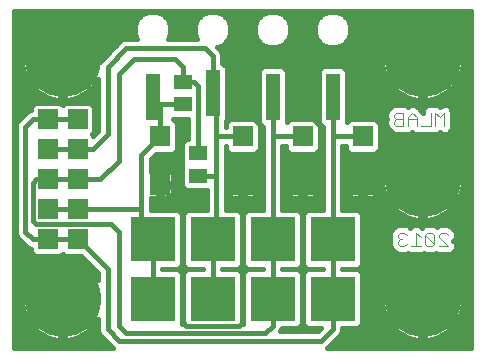
<source format=gbr>
G75*
G70*
%OFA0B0*%
%FSLAX24Y24*%
%IPPOS*%
%LPD*%
%AMOC8*
5,1,8,0,0,1.08239X$1,22.5*
%
%ADD10C,0.0040*%
%ADD11R,0.1500X0.1500*%
%ADD12R,0.0472X0.1575*%
%ADD13R,0.0591X0.0512*%
%ADD14C,0.2540*%
%ADD15R,0.0669X0.0709*%
%ADD16R,0.0650X0.0650*%
%ADD17C,0.0160*%
%ADD18C,0.0100*%
D10*
X013722Y008527D02*
X013799Y008450D01*
X014029Y008450D01*
X014029Y008910D01*
X013799Y008910D01*
X013722Y008834D01*
X013722Y008757D01*
X013799Y008680D01*
X014029Y008680D01*
X014182Y008680D02*
X014489Y008680D01*
X014489Y008757D02*
X014336Y008910D01*
X014182Y008757D01*
X014182Y008450D01*
X014489Y008450D02*
X014489Y008757D01*
X014643Y008450D02*
X014950Y008450D01*
X014950Y008910D01*
X015103Y008910D02*
X015103Y008450D01*
X015410Y008450D02*
X015410Y008910D01*
X015257Y008757D01*
X015103Y008910D01*
X013799Y008680D02*
X013722Y008603D01*
X013722Y008527D01*
X013924Y004910D02*
X013847Y004834D01*
X013847Y004757D01*
X013924Y004680D01*
X013847Y004603D01*
X013847Y004527D01*
X013924Y004450D01*
X014077Y004450D01*
X014154Y004527D01*
X014307Y004450D02*
X014614Y004450D01*
X014461Y004450D02*
X014461Y004910D01*
X014614Y004757D01*
X014768Y004834D02*
X015075Y004527D01*
X014998Y004450D01*
X014844Y004450D01*
X014768Y004527D01*
X014768Y004834D01*
X014844Y004910D01*
X014998Y004910D01*
X015075Y004834D01*
X015075Y004527D01*
X015228Y004450D02*
X015535Y004450D01*
X015228Y004757D01*
X015228Y004834D01*
X015305Y004910D01*
X015458Y004910D01*
X015535Y004834D01*
X014154Y004834D02*
X014077Y004910D01*
X013924Y004910D01*
X013924Y004680D02*
X014000Y004680D01*
D11*
X011680Y004680D03*
X009680Y004680D03*
X007680Y004680D03*
X005680Y004680D03*
X005680Y002711D03*
X007680Y002711D03*
X009680Y002711D03*
X011680Y002711D03*
D12*
X011680Y009430D03*
X009680Y009430D03*
X007680Y009555D03*
X005680Y009430D03*
D13*
X006680Y009181D03*
X006680Y009929D03*
X007180Y007554D03*
X007180Y006806D03*
D14*
X002680Y010680D03*
X002680Y002680D03*
X014680Y002680D03*
X014680Y006680D03*
X014680Y010680D03*
D15*
X012680Y008112D03*
X010680Y008112D03*
X008680Y008112D03*
X008680Y006498D03*
X010680Y006498D03*
X012680Y006498D03*
X005930Y006498D03*
X005930Y008112D03*
D16*
X003180Y007680D03*
X002180Y007680D03*
X002180Y006680D03*
X003180Y006680D03*
X003180Y005680D03*
X002180Y005680D03*
X002180Y004680D03*
X003180Y004680D03*
X003180Y008680D03*
X002180Y008680D03*
D17*
X001060Y012300D02*
X001060Y001060D01*
X004362Y001060D01*
X004292Y001129D01*
X004292Y001129D01*
X003917Y001504D01*
X003870Y001618D01*
X003870Y002043D01*
X003839Y001985D01*
X003766Y001875D01*
X003681Y001772D01*
X003588Y001679D01*
X003485Y001594D01*
X003375Y001521D01*
X003258Y001458D01*
X003135Y001407D01*
X003008Y001369D01*
X002878Y001343D01*
X002760Y001331D01*
X002760Y002600D01*
X002600Y002600D01*
X002600Y001331D01*
X002482Y001343D01*
X002352Y001369D01*
X002225Y001407D01*
X002102Y001458D01*
X001985Y001521D01*
X001875Y001594D01*
X001772Y001679D01*
X001679Y001772D01*
X001594Y001875D01*
X001521Y001985D01*
X001458Y002102D01*
X001407Y002225D01*
X001369Y002352D01*
X001343Y002482D01*
X001331Y002600D01*
X002600Y002600D01*
X002600Y002760D01*
X002600Y004029D01*
X002482Y004017D01*
X002352Y003991D01*
X002225Y003953D01*
X002102Y003902D01*
X001985Y003839D01*
X001875Y003766D01*
X001772Y003681D01*
X001679Y003588D01*
X001594Y003485D01*
X001521Y003375D01*
X001458Y003258D01*
X001407Y003135D01*
X001369Y003008D01*
X001343Y002878D01*
X001331Y002760D01*
X002600Y002760D01*
X002760Y002760D01*
X002760Y004029D01*
X002878Y004017D01*
X003008Y003991D01*
X003135Y003953D01*
X003258Y003902D01*
X003375Y003839D01*
X003485Y003766D01*
X003588Y003681D01*
X003681Y003588D01*
X003766Y003485D01*
X003839Y003375D01*
X003870Y003317D01*
X003870Y003552D01*
X003297Y004125D01*
X002760Y004125D01*
X002680Y004205D01*
X002600Y004125D01*
X001760Y004125D01*
X001625Y004260D01*
X001625Y004370D01*
X001618Y004370D01*
X001504Y004417D01*
X001254Y004667D01*
X001167Y004754D01*
X001120Y004868D01*
X001120Y008492D01*
X001167Y008606D01*
X001417Y008856D01*
X001504Y008943D01*
X001618Y008990D01*
X001625Y008990D01*
X001625Y009100D01*
X001760Y009235D01*
X002600Y009235D01*
X002680Y009155D01*
X002760Y009235D01*
X003600Y009235D01*
X003735Y009100D01*
X003735Y008260D01*
X003655Y008180D01*
X003698Y008137D01*
X003792Y008231D01*
X003870Y008308D01*
X003870Y010043D01*
X003839Y009985D01*
X003766Y009875D01*
X003681Y009772D01*
X003588Y009679D01*
X003485Y009594D01*
X003375Y009521D01*
X003258Y009458D01*
X003135Y009407D01*
X003008Y009369D01*
X002878Y009343D01*
X002760Y009331D01*
X002760Y010600D01*
X002760Y010760D01*
X002600Y010760D01*
X002600Y012029D01*
X002482Y012017D01*
X002352Y011991D01*
X002225Y011953D01*
X002102Y011902D01*
X001985Y011839D01*
X001875Y011766D01*
X001772Y011681D01*
X001679Y011588D01*
X001594Y011485D01*
X001521Y011375D01*
X001458Y011258D01*
X001407Y011135D01*
X001369Y011008D01*
X001343Y010878D01*
X001331Y010760D01*
X002600Y010760D01*
X002600Y010600D01*
X002760Y010600D01*
X003915Y010600D01*
X003917Y010606D01*
X004542Y011231D01*
X004629Y011318D01*
X004743Y011365D01*
X005166Y011365D01*
X005085Y011562D01*
X005085Y011798D01*
X005176Y012017D01*
X005343Y012184D01*
X005562Y012275D01*
X005798Y012275D01*
X006017Y012184D01*
X006184Y012017D01*
X006275Y011798D01*
X006275Y011562D01*
X006194Y011365D01*
X007166Y011365D01*
X007085Y011562D01*
X007085Y011798D01*
X007176Y012017D01*
X007343Y012184D01*
X007562Y012275D01*
X007798Y012275D01*
X008017Y012184D01*
X008184Y012017D01*
X008275Y011798D01*
X008275Y011562D01*
X008184Y011343D01*
X008017Y011176D01*
X007827Y011097D01*
X007856Y011068D01*
X007943Y010981D01*
X007990Y010867D01*
X007990Y010572D01*
X008011Y010572D01*
X008146Y010438D01*
X008146Y008672D01*
X008115Y008641D01*
X008115Y008422D01*
X008115Y008422D01*
X008115Y008562D01*
X008250Y008696D01*
X009110Y008696D01*
X009214Y008593D01*
X009214Y010313D01*
X009349Y010447D01*
X010011Y010447D01*
X010146Y010313D01*
X010146Y008593D01*
X010250Y008696D01*
X011110Y008696D01*
X011214Y008593D01*
X011214Y010313D01*
X011349Y010447D01*
X012011Y010447D01*
X012146Y010313D01*
X012146Y008593D01*
X012250Y008696D01*
X013110Y008696D01*
X013245Y008562D01*
X013245Y007662D01*
X013110Y007528D01*
X012250Y007528D01*
X012115Y007662D01*
X012115Y007802D01*
X011990Y007802D01*
X011990Y005660D01*
X012525Y005660D01*
X012660Y005525D01*
X012660Y003835D01*
X012525Y003700D01*
X011990Y003700D01*
X011990Y003691D01*
X012525Y003691D01*
X012660Y003557D01*
X012660Y001866D01*
X012525Y001731D01*
X011990Y001731D01*
X011990Y001618D01*
X011943Y001504D01*
X011856Y001417D01*
X011856Y001417D01*
X011498Y001060D01*
X016299Y001060D01*
X016299Y012300D01*
X001060Y012300D01*
X001060Y012251D02*
X005503Y012251D01*
X005251Y012092D02*
X001060Y012092D01*
X001060Y011934D02*
X002179Y011934D01*
X001889Y011775D02*
X001060Y011775D01*
X001060Y011617D02*
X001707Y011617D01*
X001576Y011458D02*
X001060Y011458D01*
X001060Y011300D02*
X001480Y011300D01*
X001410Y011141D02*
X001060Y011141D01*
X001060Y010983D02*
X001364Y010983D01*
X001338Y010824D02*
X001060Y010824D01*
X001060Y010666D02*
X002600Y010666D01*
X002600Y010600D02*
X001331Y010600D01*
X001343Y010482D01*
X001369Y010352D01*
X001407Y010225D01*
X001458Y010102D01*
X001521Y009985D01*
X001594Y009875D01*
X001679Y009772D01*
X001772Y009679D01*
X001875Y009594D01*
X001985Y009521D01*
X002102Y009458D01*
X002225Y009407D01*
X002352Y009369D01*
X002482Y009343D01*
X002600Y009331D01*
X002600Y010600D01*
X002600Y010507D02*
X002760Y010507D01*
X002760Y010349D02*
X002600Y010349D01*
X002600Y010190D02*
X002760Y010190D01*
X002760Y010032D02*
X002600Y010032D01*
X002600Y009873D02*
X002760Y009873D01*
X002760Y009715D02*
X002600Y009715D01*
X002600Y009556D02*
X002760Y009556D01*
X002760Y009398D02*
X002600Y009398D01*
X002257Y009398D02*
X001060Y009398D01*
X001060Y009556D02*
X001932Y009556D01*
X001736Y009715D02*
X001060Y009715D01*
X001060Y009873D02*
X001596Y009873D01*
X001496Y010032D02*
X001060Y010032D01*
X001060Y010190D02*
X001422Y010190D01*
X001370Y010349D02*
X001060Y010349D01*
X001060Y010507D02*
X001341Y010507D01*
X002600Y010824D02*
X002760Y010824D01*
X002760Y010760D02*
X002760Y012029D01*
X002878Y012017D01*
X003008Y011991D01*
X003135Y011953D01*
X003258Y011902D01*
X003375Y011839D01*
X003485Y011766D01*
X003588Y011681D01*
X003681Y011588D01*
X003766Y011485D01*
X003839Y011375D01*
X003902Y011258D01*
X003953Y011135D01*
X003991Y011008D01*
X004017Y010878D01*
X004029Y010760D01*
X002760Y010760D01*
X002760Y010666D02*
X003977Y010666D01*
X004022Y010824D02*
X004136Y010824D01*
X003996Y010983D02*
X004294Y010983D01*
X004453Y011141D02*
X003950Y011141D01*
X003880Y011300D02*
X004611Y011300D01*
X004805Y011055D02*
X007430Y011055D01*
X007680Y010805D01*
X007680Y009555D01*
X007805Y009180D01*
X007806Y009181D01*
X007805Y009180D02*
X007804Y009181D01*
X007805Y009180D02*
X007805Y008180D01*
X007805Y008055D01*
X007862Y008112D01*
X008680Y008112D01*
X009245Y008130D02*
X009370Y008130D01*
X009370Y008288D02*
X009245Y008288D01*
X009245Y008447D02*
X009315Y008447D01*
X009349Y008413D02*
X009370Y008413D01*
X009370Y005660D01*
X008835Y005660D01*
X008700Y005525D01*
X008700Y003835D01*
X008835Y003700D01*
X009370Y003700D01*
X009370Y003691D01*
X008835Y003691D01*
X008700Y003557D01*
X008700Y001866D01*
X008701Y001865D01*
X008659Y001865D01*
X008660Y001866D01*
X008660Y003557D01*
X008525Y003691D01*
X007990Y003691D01*
X007990Y003700D01*
X008525Y003700D01*
X008660Y003835D01*
X008660Y005525D01*
X008525Y005660D01*
X008115Y005660D01*
X008115Y007802D01*
X008115Y007802D01*
X008115Y007662D01*
X008250Y007528D01*
X009110Y007528D01*
X009245Y007662D01*
X009245Y008516D01*
X009349Y008413D01*
X009214Y008605D02*
X009201Y008605D01*
X009214Y008764D02*
X008146Y008764D01*
X008146Y008922D02*
X009214Y008922D01*
X009214Y009081D02*
X008146Y009081D01*
X008146Y009239D02*
X009214Y009239D01*
X009214Y009398D02*
X008146Y009398D01*
X008146Y009556D02*
X009214Y009556D01*
X009214Y009715D02*
X008146Y009715D01*
X008146Y009873D02*
X009214Y009873D01*
X009214Y010032D02*
X008146Y010032D01*
X008146Y010190D02*
X009214Y010190D01*
X009250Y010349D02*
X008146Y010349D01*
X008077Y010507D02*
X013341Y010507D01*
X013343Y010482D02*
X013369Y010352D01*
X013407Y010225D01*
X013458Y010102D01*
X013521Y009985D01*
X013594Y009875D01*
X013679Y009772D01*
X013772Y009679D01*
X013875Y009594D01*
X013985Y009521D01*
X014102Y009458D01*
X014225Y009407D01*
X014352Y009369D01*
X014482Y009343D01*
X014600Y009331D01*
X014600Y010600D01*
X014760Y010600D01*
X014760Y010760D01*
X016029Y010760D01*
X016017Y010878D01*
X015991Y011008D01*
X015953Y011135D01*
X015902Y011258D01*
X015839Y011375D01*
X015766Y011485D01*
X015681Y011588D01*
X015588Y011681D01*
X015485Y011766D01*
X015375Y011839D01*
X015258Y011902D01*
X015135Y011953D01*
X015008Y011991D01*
X014878Y012017D01*
X014760Y012029D01*
X014760Y010760D01*
X014600Y010760D01*
X014600Y012029D01*
X014482Y012017D01*
X014352Y011991D01*
X014225Y011953D01*
X014102Y011902D01*
X013985Y011839D01*
X013875Y011766D01*
X013772Y011681D01*
X013679Y011588D01*
X013594Y011485D01*
X013521Y011375D01*
X013458Y011258D01*
X013407Y011135D01*
X013369Y011008D01*
X013343Y010878D01*
X013331Y010760D01*
X014600Y010760D01*
X014600Y010600D01*
X013331Y010600D01*
X013343Y010482D01*
X013370Y010349D02*
X012110Y010349D01*
X012146Y010190D02*
X013422Y010190D01*
X013496Y010032D02*
X012146Y010032D01*
X012146Y009873D02*
X013596Y009873D01*
X013736Y009715D02*
X012146Y009715D01*
X012146Y009556D02*
X013932Y009556D01*
X014257Y009398D02*
X012146Y009398D01*
X012146Y009239D02*
X016299Y009239D01*
X016299Y009081D02*
X015593Y009081D01*
X015621Y009053D02*
X015552Y009122D01*
X015460Y009160D01*
X015360Y009160D01*
X015321Y009144D01*
X015268Y009122D01*
X015267Y009121D01*
X015257Y009110D01*
X015245Y009122D01*
X015153Y009160D01*
X015053Y009160D01*
X015026Y009149D01*
X014999Y009160D01*
X014900Y009160D01*
X014808Y009122D01*
X014738Y009052D01*
X014700Y008960D01*
X014700Y008900D01*
X014631Y008969D01*
X014631Y008969D01*
X014548Y009052D01*
X014477Y009122D01*
X014422Y009145D01*
X014385Y009160D01*
X014286Y009160D01*
X014194Y009122D01*
X014182Y009110D01*
X014170Y009122D01*
X014079Y009160D01*
X013749Y009160D01*
X013657Y009122D01*
X013580Y009046D01*
X013510Y008975D01*
X013472Y008883D01*
X013472Y008707D01*
X013483Y008680D01*
X013472Y008653D01*
X013472Y008477D01*
X013488Y008438D01*
X013510Y008385D01*
X013512Y008383D01*
X013580Y008315D01*
X013580Y008315D01*
X013655Y008240D01*
X013657Y008238D01*
X013694Y008223D01*
X013749Y008200D01*
X014079Y008200D01*
X014106Y008211D01*
X014133Y008200D01*
X014232Y008200D01*
X014324Y008238D01*
X014336Y008250D01*
X014348Y008238D01*
X014439Y008200D01*
X014539Y008200D01*
X014566Y008211D01*
X014593Y008200D01*
X014999Y008200D01*
X015026Y008211D01*
X015053Y008200D01*
X015153Y008200D01*
X015245Y008238D01*
X015257Y008250D01*
X015268Y008238D01*
X015360Y008200D01*
X015460Y008200D01*
X015552Y008238D01*
X015622Y008308D01*
X015660Y008400D01*
X015660Y008960D01*
X015644Y008999D01*
X015622Y009052D01*
X015622Y009052D01*
X015621Y009053D01*
X015660Y008922D02*
X016299Y008922D01*
X016299Y008764D02*
X015660Y008764D01*
X015660Y008605D02*
X016299Y008605D01*
X016299Y008447D02*
X015660Y008447D01*
X015602Y008288D02*
X016299Y008288D01*
X016299Y008130D02*
X013245Y008130D01*
X013245Y008288D02*
X013607Y008288D01*
X013657Y008238D02*
X013657Y008238D01*
X013680Y008180D02*
X013680Y007805D01*
X012930Y007055D01*
X012930Y006748D01*
X012680Y006498D01*
X013180Y006498D01*
X013180Y005805D01*
X013060Y006076D02*
X013082Y006098D01*
X013095Y006128D01*
X013095Y006418D01*
X012760Y006418D01*
X012760Y006578D01*
X012600Y006578D01*
X012600Y006932D01*
X012329Y006932D01*
X012300Y006920D01*
X012278Y006898D01*
X012265Y006868D01*
X012265Y006578D01*
X012600Y006578D01*
X012600Y006418D01*
X012265Y006418D01*
X012265Y006128D01*
X012278Y006098D01*
X012300Y006076D01*
X012329Y006064D01*
X012600Y006064D01*
X012600Y006418D01*
X012760Y006418D01*
X012760Y006064D01*
X013031Y006064D01*
X013060Y006076D01*
X013044Y006069D02*
X013476Y006069D01*
X013458Y006102D02*
X013521Y005985D01*
X013594Y005875D01*
X013679Y005772D01*
X013772Y005679D01*
X013875Y005594D01*
X013985Y005521D01*
X014102Y005458D01*
X014225Y005407D01*
X014352Y005369D01*
X014482Y005343D01*
X014600Y005331D01*
X014600Y006600D01*
X014760Y006600D01*
X014760Y006760D01*
X016029Y006760D01*
X016017Y006878D01*
X015991Y007008D01*
X015953Y007135D01*
X015902Y007258D01*
X015839Y007375D01*
X015766Y007485D01*
X015681Y007588D01*
X015588Y007681D01*
X015485Y007766D01*
X015375Y007839D01*
X015258Y007902D01*
X015135Y007953D01*
X015008Y007991D01*
X014878Y008017D01*
X014760Y008029D01*
X014760Y006760D01*
X014600Y006760D01*
X014600Y008029D01*
X014482Y008017D01*
X014352Y007991D01*
X014225Y007953D01*
X014102Y007902D01*
X013985Y007839D01*
X013875Y007766D01*
X013772Y007681D01*
X013679Y007588D01*
X013594Y007485D01*
X013521Y007375D01*
X013458Y007258D01*
X013407Y007135D01*
X013369Y007008D01*
X013343Y006878D01*
X013331Y006760D01*
X014600Y006760D01*
X014600Y006600D01*
X013331Y006600D01*
X013343Y006482D01*
X013369Y006352D01*
X013407Y006225D01*
X013458Y006102D01*
X013407Y006228D02*
X013095Y006228D01*
X013095Y006386D02*
X013362Y006386D01*
X013337Y006545D02*
X012760Y006545D01*
X012760Y006578D02*
X013095Y006578D01*
X013095Y006868D01*
X013082Y006898D01*
X013060Y006920D01*
X013031Y006932D01*
X012760Y006932D01*
X012760Y006578D01*
X012680Y006555D02*
X012680Y006498D01*
X012600Y006545D02*
X011990Y006545D01*
X011990Y006703D02*
X012265Y006703D01*
X012265Y006862D02*
X011990Y006862D01*
X011990Y007020D02*
X013372Y007020D01*
X013341Y006862D02*
X013095Y006862D01*
X013095Y006703D02*
X014600Y006703D01*
X014600Y006545D02*
X014760Y006545D01*
X014760Y006600D02*
X014760Y005331D01*
X014878Y005343D01*
X015008Y005369D01*
X015135Y005407D01*
X015258Y005458D01*
X015375Y005521D01*
X015485Y005594D01*
X015588Y005679D01*
X015681Y005772D01*
X015766Y005875D01*
X015839Y005985D01*
X015902Y006102D01*
X015953Y006225D01*
X015991Y006352D01*
X016017Y006482D01*
X016029Y006600D01*
X014760Y006600D01*
X014760Y006703D02*
X016299Y006703D01*
X016299Y006545D02*
X016023Y006545D01*
X015998Y006386D02*
X016299Y006386D01*
X016299Y006228D02*
X015953Y006228D01*
X015884Y006069D02*
X016299Y006069D01*
X016299Y005911D02*
X015789Y005911D01*
X015661Y005752D02*
X016299Y005752D01*
X016299Y005594D02*
X015484Y005594D01*
X015202Y005435D02*
X016299Y005435D01*
X016299Y005277D02*
X012660Y005277D01*
X012660Y005435D02*
X014158Y005435D01*
X014127Y005160D02*
X013874Y005160D01*
X013782Y005122D01*
X013705Y005046D01*
X013635Y004975D01*
X013597Y004883D01*
X013597Y004707D01*
X013608Y004680D01*
X013597Y004653D01*
X013597Y004477D01*
X013613Y004438D01*
X013635Y004385D01*
X013637Y004383D01*
X013705Y004315D01*
X013705Y004315D01*
X013780Y004240D01*
X013782Y004238D01*
X013819Y004223D01*
X013874Y004200D01*
X014127Y004200D01*
X014192Y004227D01*
X014258Y004200D01*
X014664Y004200D01*
X014729Y004227D01*
X014740Y004223D01*
X014795Y004200D01*
X015048Y004200D01*
X015113Y004227D01*
X015178Y004200D01*
X015585Y004200D01*
X015677Y004238D01*
X015747Y004308D01*
X015785Y004400D01*
X015785Y004500D01*
X015747Y004592D01*
X015697Y004642D01*
X015747Y004692D01*
X015785Y004784D01*
X015785Y004883D01*
X015747Y004975D01*
X015670Y005052D01*
X015602Y005120D01*
X015600Y005122D01*
X015600Y005122D01*
X015547Y005144D01*
X015508Y005160D01*
X015255Y005160D01*
X015163Y005122D01*
X015151Y005110D01*
X015139Y005122D01*
X015139Y005122D01*
X015139Y005122D01*
X015124Y005129D01*
X015048Y005160D01*
X014795Y005160D01*
X014703Y005122D01*
X014653Y005072D01*
X014602Y005122D01*
X014547Y005145D01*
X014510Y005160D01*
X014411Y005160D01*
X014319Y005122D01*
X014269Y005072D01*
X014219Y005122D01*
X014164Y005145D01*
X014127Y005160D01*
X014223Y005118D02*
X014315Y005118D01*
X014607Y005118D02*
X014698Y005118D01*
X014760Y005435D02*
X014600Y005435D01*
X014600Y005594D02*
X014760Y005594D01*
X014760Y005752D02*
X014600Y005752D01*
X014600Y005911D02*
X014760Y005911D01*
X014760Y006069D02*
X014600Y006069D01*
X014600Y006228D02*
X014760Y006228D01*
X014760Y006386D02*
X014600Y006386D01*
X014600Y006862D02*
X014760Y006862D01*
X014760Y007020D02*
X014600Y007020D01*
X014600Y007179D02*
X014760Y007179D01*
X014760Y007337D02*
X014600Y007337D01*
X014600Y007496D02*
X014760Y007496D01*
X014760Y007654D02*
X014600Y007654D01*
X014600Y007813D02*
X014760Y007813D01*
X014760Y007971D02*
X014600Y007971D01*
X014285Y007971D02*
X013245Y007971D01*
X013245Y007813D02*
X013945Y007813D01*
X013745Y007654D02*
X013236Y007654D01*
X013603Y007496D02*
X011990Y007496D01*
X011990Y007654D02*
X012124Y007654D01*
X011990Y007337D02*
X013500Y007337D01*
X013425Y007179D02*
X011990Y007179D01*
X011680Y007180D02*
X011680Y008055D01*
X011737Y008112D01*
X012680Y008112D01*
X013245Y008447D02*
X013485Y008447D01*
X013510Y008385D02*
X013510Y008385D01*
X013472Y008605D02*
X013201Y008605D01*
X013472Y008764D02*
X012146Y008764D01*
X012146Y008922D02*
X013488Y008922D01*
X013615Y009081D02*
X012146Y009081D01*
X011680Y009430D02*
X011680Y008055D01*
X011680Y007180D01*
X011370Y007179D02*
X009990Y007179D01*
X009990Y007337D02*
X011370Y007337D01*
X011370Y007496D02*
X009990Y007496D01*
X009990Y007654D02*
X010124Y007654D01*
X010115Y007662D02*
X010250Y007528D01*
X011110Y007528D01*
X011245Y007662D01*
X011245Y008516D01*
X011349Y008413D01*
X011370Y008413D01*
X011370Y005660D01*
X010835Y005660D01*
X010700Y005525D01*
X010700Y003835D01*
X010835Y003700D01*
X011370Y003700D01*
X011370Y003691D01*
X010835Y003691D01*
X010700Y003557D01*
X010700Y001866D01*
X010835Y001731D01*
X011293Y001731D01*
X011177Y001615D01*
X009928Y001615D01*
X009943Y001629D01*
X009985Y001731D01*
X010525Y001731D01*
X010660Y001866D01*
X010660Y003557D01*
X010525Y003691D01*
X009990Y003691D01*
X009990Y003700D01*
X010525Y003700D01*
X010660Y003835D01*
X010660Y005525D01*
X010525Y005660D01*
X009990Y005660D01*
X009990Y007802D01*
X010115Y007802D01*
X010115Y007662D01*
X009748Y008112D02*
X009680Y008180D01*
X009680Y009430D01*
X009680Y010055D01*
X009554Y009929D01*
X010146Y009873D02*
X011214Y009873D01*
X011214Y009715D02*
X010146Y009715D01*
X010146Y009556D02*
X011214Y009556D01*
X011214Y009398D02*
X010146Y009398D01*
X010146Y009239D02*
X011214Y009239D01*
X011214Y009081D02*
X010146Y009081D01*
X010146Y008922D02*
X011214Y008922D01*
X011214Y008764D02*
X010146Y008764D01*
X010146Y008605D02*
X010159Y008605D01*
X009680Y008180D02*
X009680Y004680D01*
X009680Y003680D01*
X009680Y002711D01*
X009680Y001930D01*
X009680Y001805D01*
X009430Y001555D01*
X004805Y001555D01*
X004555Y001805D01*
X004555Y003805D01*
X004555Y004930D01*
X004305Y005180D01*
X001805Y005180D01*
X001680Y005305D01*
X001680Y006555D01*
X001805Y006680D01*
X002180Y006680D01*
X003180Y006680D01*
X003805Y006680D01*
X003930Y006680D01*
X004555Y007305D01*
X004555Y010180D01*
X005055Y010680D01*
X006430Y010680D01*
X006680Y010430D01*
X006680Y009929D01*
X007056Y009929D01*
X007180Y009805D01*
X007180Y007554D01*
X006655Y007496D02*
X005752Y007496D01*
X005784Y007528D02*
X006360Y007528D01*
X006495Y007662D01*
X006495Y008562D01*
X006361Y008695D01*
X006870Y008695D01*
X006870Y008040D01*
X006789Y008040D01*
X006655Y007905D01*
X006655Y007203D01*
X006678Y007180D01*
X006655Y007157D01*
X006655Y006455D01*
X006789Y006320D01*
X007495Y006320D01*
X007495Y005660D01*
X006835Y005660D01*
X006700Y005525D01*
X006700Y003835D01*
X006835Y003700D01*
X007370Y003700D01*
X007370Y003691D01*
X006835Y003691D01*
X006700Y003557D01*
X006700Y001866D01*
X006701Y001865D01*
X006659Y001865D01*
X006660Y001866D01*
X006660Y003557D01*
X006525Y003691D01*
X005990Y003691D01*
X005990Y003700D01*
X006525Y003700D01*
X006660Y003835D01*
X006660Y005525D01*
X006525Y005660D01*
X005615Y005660D01*
X005615Y006064D01*
X005850Y006064D01*
X005850Y006418D01*
X006010Y006418D01*
X006010Y006578D01*
X005850Y006578D01*
X005850Y006932D01*
X005615Y006932D01*
X005615Y007359D01*
X005784Y007528D01*
X005615Y007337D02*
X006655Y007337D01*
X006676Y007179D02*
X005615Y007179D01*
X005615Y007020D02*
X006655Y007020D01*
X006655Y006862D02*
X006345Y006862D01*
X006345Y006868D02*
X006332Y006898D01*
X006310Y006920D01*
X006281Y006932D01*
X006010Y006932D01*
X006010Y006578D01*
X006345Y006578D01*
X006345Y006868D01*
X006345Y006703D02*
X006655Y006703D01*
X006655Y006545D02*
X006010Y006545D01*
X005930Y006498D02*
X006430Y005930D01*
X006680Y005680D01*
X006680Y001930D01*
X006805Y001805D01*
X008555Y001805D01*
X008680Y001930D01*
X008680Y006498D01*
X008998Y006498D01*
X009305Y006805D01*
X009370Y006862D02*
X009095Y006862D01*
X009095Y006868D02*
X009082Y006898D01*
X009060Y006920D01*
X009031Y006932D01*
X008760Y006932D01*
X008760Y006578D01*
X008600Y006578D01*
X008600Y006932D01*
X008329Y006932D01*
X008300Y006920D01*
X008278Y006898D01*
X008265Y006868D01*
X008265Y006578D01*
X008600Y006578D01*
X008600Y006418D01*
X008265Y006418D01*
X008265Y006128D01*
X008278Y006098D01*
X008300Y006076D01*
X008329Y006064D01*
X008600Y006064D01*
X008600Y006418D01*
X008760Y006418D01*
X008760Y006578D01*
X009095Y006578D01*
X009095Y006868D01*
X009095Y006703D02*
X009370Y006703D01*
X009370Y006545D02*
X008760Y006545D01*
X008760Y006418D02*
X009095Y006418D01*
X009095Y006128D01*
X009082Y006098D01*
X009060Y006076D01*
X009031Y006064D01*
X008760Y006064D01*
X008760Y006418D01*
X008760Y006386D02*
X008600Y006386D01*
X008600Y006228D02*
X008760Y006228D01*
X008760Y006069D02*
X008600Y006069D01*
X008316Y006069D02*
X008115Y006069D01*
X008115Y005911D02*
X009370Y005911D01*
X009370Y006069D02*
X009044Y006069D01*
X009095Y006228D02*
X009370Y006228D01*
X009370Y006386D02*
X009095Y006386D01*
X008760Y006703D02*
X008600Y006703D01*
X008600Y006545D02*
X008115Y006545D01*
X008115Y006703D02*
X008265Y006703D01*
X008265Y006862D02*
X008115Y006862D01*
X008115Y007020D02*
X009370Y007020D01*
X009370Y007179D02*
X008115Y007179D01*
X008115Y007337D02*
X009370Y007337D01*
X009370Y007496D02*
X008115Y007496D01*
X008115Y007654D02*
X008124Y007654D01*
X007805Y008055D02*
X007805Y006805D01*
X007804Y006806D01*
X007180Y006806D01*
X006724Y006386D02*
X006345Y006386D01*
X006345Y006418D02*
X006010Y006418D01*
X006010Y006064D01*
X006281Y006064D01*
X006310Y006076D01*
X006332Y006098D01*
X006345Y006128D01*
X006345Y006418D01*
X006345Y006228D02*
X007495Y006228D01*
X007495Y006069D02*
X006294Y006069D01*
X006010Y006069D02*
X005850Y006069D01*
X005850Y006228D02*
X006010Y006228D01*
X006010Y006386D02*
X005850Y006386D01*
X005850Y006703D02*
X006010Y006703D01*
X006010Y006862D02*
X005850Y006862D01*
X005305Y006987D02*
X005305Y007487D01*
X005930Y008112D01*
X005930Y009180D01*
X005929Y009181D01*
X005681Y009181D01*
X005680Y009180D01*
X005680Y009430D01*
X005929Y009181D02*
X006680Y009181D01*
X006679Y009180D01*
X006430Y009180D01*
X006451Y008605D02*
X006870Y008605D01*
X006870Y008447D02*
X006495Y008447D01*
X006495Y008288D02*
X006870Y008288D01*
X006870Y008130D02*
X006495Y008130D01*
X006495Y007971D02*
X006721Y007971D01*
X006655Y007813D02*
X006495Y007813D01*
X006486Y007654D02*
X006655Y007654D01*
X007805Y006805D02*
X007805Y004805D01*
X007680Y004680D01*
X007680Y002711D01*
X006700Y002741D02*
X006660Y002741D01*
X006660Y002899D02*
X006700Y002899D01*
X006700Y003058D02*
X006660Y003058D01*
X006660Y003216D02*
X006700Y003216D01*
X006700Y003375D02*
X006660Y003375D01*
X006660Y003533D02*
X006700Y003533D01*
X006700Y003850D02*
X006660Y003850D01*
X006660Y004009D02*
X006700Y004009D01*
X006700Y004167D02*
X006660Y004167D01*
X006660Y004326D02*
X006700Y004326D01*
X006700Y004484D02*
X006660Y004484D01*
X006660Y004643D02*
X006700Y004643D01*
X006700Y004801D02*
X006660Y004801D01*
X006660Y004960D02*
X006700Y004960D01*
X006700Y005118D02*
X006660Y005118D01*
X006660Y005277D02*
X006700Y005277D01*
X006700Y005435D02*
X006660Y005435D01*
X006592Y005594D02*
X006768Y005594D01*
X007495Y005752D02*
X005615Y005752D01*
X005615Y005911D02*
X007495Y005911D01*
X008115Y005752D02*
X009370Y005752D01*
X009990Y005752D02*
X011370Y005752D01*
X011370Y005911D02*
X009990Y005911D01*
X009990Y006069D02*
X010316Y006069D01*
X010329Y006064D02*
X010600Y006064D01*
X010600Y006418D01*
X010265Y006418D01*
X010265Y006128D01*
X010278Y006098D01*
X010300Y006076D01*
X010329Y006064D01*
X010265Y006228D02*
X009990Y006228D01*
X009990Y006386D02*
X010265Y006386D01*
X010265Y006578D02*
X010265Y006868D01*
X010278Y006898D01*
X010300Y006920D01*
X010329Y006932D01*
X010600Y006932D01*
X010600Y006578D01*
X010760Y006578D01*
X010760Y006932D01*
X011031Y006932D01*
X011060Y006920D01*
X011082Y006898D01*
X011095Y006868D01*
X011095Y006578D01*
X010760Y006578D01*
X010760Y006418D01*
X011095Y006418D01*
X011095Y006128D01*
X011082Y006098D01*
X011060Y006076D01*
X011031Y006064D01*
X010760Y006064D01*
X010760Y006418D01*
X010600Y006418D01*
X010600Y006578D01*
X010265Y006578D01*
X010265Y006703D02*
X009990Y006703D01*
X009990Y006545D02*
X010600Y006545D01*
X010680Y006498D02*
X010748Y006498D01*
X011305Y007055D01*
X011305Y008430D01*
X010930Y008805D01*
X010930Y010055D01*
X010368Y010618D01*
X010180Y010805D01*
X009305Y010805D01*
X009427Y011141D02*
X007933Y011141D01*
X007941Y010983D02*
X013364Y010983D01*
X013338Y010824D02*
X007990Y010824D01*
X007990Y010666D02*
X014600Y010666D01*
X014600Y010824D02*
X014760Y010824D01*
X014760Y010666D02*
X016299Y010666D01*
X016299Y010824D02*
X016022Y010824D01*
X015996Y010983D02*
X016299Y010983D01*
X016299Y011141D02*
X015950Y011141D01*
X015880Y011300D02*
X016299Y011300D01*
X016299Y011458D02*
X015784Y011458D01*
X015653Y011617D02*
X016299Y011617D01*
X016299Y011775D02*
X015471Y011775D01*
X015181Y011934D02*
X016299Y011934D01*
X016299Y012092D02*
X012109Y012092D01*
X012184Y012017D02*
X012017Y012184D01*
X011798Y012275D01*
X011562Y012275D01*
X011343Y012184D01*
X011176Y012017D01*
X011085Y011798D01*
X011085Y011562D01*
X011176Y011343D01*
X011343Y011176D01*
X011562Y011085D01*
X011798Y011085D01*
X012017Y011176D01*
X012184Y011343D01*
X012275Y011562D01*
X012275Y011798D01*
X012184Y012017D01*
X012219Y011934D02*
X014179Y011934D01*
X013889Y011775D02*
X012275Y011775D01*
X012275Y011617D02*
X013707Y011617D01*
X013576Y011458D02*
X012232Y011458D01*
X012141Y011300D02*
X013480Y011300D01*
X013410Y011141D02*
X011933Y011141D01*
X011427Y011141D02*
X009933Y011141D01*
X010017Y011176D02*
X010184Y011343D01*
X010275Y011562D01*
X010275Y011798D01*
X010184Y012017D01*
X010017Y012184D01*
X009798Y012275D01*
X009562Y012275D01*
X009343Y012184D01*
X009176Y012017D01*
X009085Y011798D01*
X009085Y011562D01*
X009176Y011343D01*
X009343Y011176D01*
X009562Y011085D01*
X009798Y011085D01*
X010017Y011176D01*
X010141Y011300D02*
X011219Y011300D01*
X011128Y011458D02*
X010232Y011458D01*
X010275Y011617D02*
X011085Y011617D01*
X011085Y011775D02*
X010275Y011775D01*
X010219Y011934D02*
X011141Y011934D01*
X011251Y012092D02*
X010109Y012092D01*
X009857Y012251D02*
X011503Y012251D01*
X011857Y012251D02*
X016299Y012251D01*
X014760Y011934D02*
X014600Y011934D01*
X014600Y011775D02*
X014760Y011775D01*
X014760Y011617D02*
X014600Y011617D01*
X014600Y011458D02*
X014760Y011458D01*
X014760Y011300D02*
X014600Y011300D01*
X014600Y011141D02*
X014760Y011141D01*
X014760Y010983D02*
X014600Y010983D01*
X014760Y010600D02*
X016029Y010600D01*
X016017Y010482D01*
X015991Y010352D01*
X015953Y010225D01*
X015902Y010102D01*
X015839Y009985D01*
X015766Y009875D01*
X015681Y009772D01*
X015588Y009679D01*
X015485Y009594D01*
X015375Y009521D01*
X015258Y009458D01*
X015135Y009407D01*
X015008Y009369D01*
X014878Y009343D01*
X014760Y009331D01*
X014760Y010600D01*
X014760Y010507D02*
X014600Y010507D01*
X014600Y010349D02*
X014760Y010349D01*
X014760Y010190D02*
X014600Y010190D01*
X014600Y010032D02*
X014760Y010032D01*
X014760Y009873D02*
X014600Y009873D01*
X014600Y009715D02*
X014760Y009715D01*
X014760Y009556D02*
X014600Y009556D01*
X014600Y009398D02*
X014760Y009398D01*
X014766Y009081D02*
X014519Y009081D01*
X014548Y009052D02*
X014548Y009052D01*
X014678Y008922D02*
X014700Y008922D01*
X015268Y009122D02*
X015268Y009122D01*
X015103Y009398D02*
X016299Y009398D01*
X016299Y009556D02*
X015428Y009556D01*
X015624Y009715D02*
X016299Y009715D01*
X016299Y009873D02*
X015764Y009873D01*
X015864Y010032D02*
X016299Y010032D01*
X016299Y010190D02*
X015938Y010190D01*
X015990Y010349D02*
X016299Y010349D01*
X016299Y010507D02*
X016019Y010507D01*
X013680Y008180D02*
X012930Y008930D01*
X012930Y010430D01*
X012680Y010680D01*
X011055Y010680D01*
X011055Y008680D01*
X011305Y008430D01*
X011305Y007055D01*
X011305Y006555D01*
X011305Y006498D01*
X010680Y006498D01*
X010760Y006545D02*
X011370Y006545D01*
X011370Y006703D02*
X011095Y006703D01*
X011095Y006862D02*
X011370Y006862D01*
X011370Y007020D02*
X009990Y007020D01*
X009990Y006862D02*
X010265Y006862D01*
X010600Y006862D02*
X010760Y006862D01*
X010760Y006703D02*
X010600Y006703D01*
X010600Y006386D02*
X010760Y006386D01*
X010760Y006228D02*
X010600Y006228D01*
X010600Y006069D02*
X010760Y006069D01*
X011044Y006069D02*
X011370Y006069D01*
X011370Y006228D02*
X011095Y006228D01*
X011095Y006386D02*
X011370Y006386D01*
X011990Y006386D02*
X012265Y006386D01*
X012265Y006228D02*
X011990Y006228D01*
X011990Y006069D02*
X012316Y006069D01*
X012600Y006069D02*
X012760Y006069D01*
X012760Y006228D02*
X012600Y006228D01*
X012600Y006386D02*
X012760Y006386D01*
X012760Y006703D02*
X012600Y006703D01*
X012600Y006862D02*
X012760Y006862D01*
X011990Y005911D02*
X013571Y005911D01*
X013699Y005752D02*
X011990Y005752D01*
X012592Y005594D02*
X013876Y005594D01*
X013778Y005118D02*
X012660Y005118D01*
X012660Y004960D02*
X013628Y004960D01*
X013597Y004801D02*
X012660Y004801D01*
X012660Y004643D02*
X013597Y004643D01*
X013597Y004484D02*
X012660Y004484D01*
X012660Y004326D02*
X013695Y004326D01*
X013635Y004385D02*
X013635Y004385D01*
X013782Y004238D02*
X013782Y004238D01*
X013985Y003839D02*
X013875Y003766D01*
X013772Y003681D01*
X013679Y003588D01*
X013594Y003485D01*
X013521Y003375D01*
X013458Y003258D01*
X013407Y003135D01*
X013369Y003008D01*
X013343Y002878D01*
X013331Y002760D01*
X014600Y002760D01*
X014600Y004029D01*
X014482Y004017D01*
X014352Y003991D01*
X014225Y003953D01*
X014102Y003902D01*
X013985Y003839D01*
X014005Y003850D02*
X012660Y003850D01*
X012660Y004009D02*
X014439Y004009D01*
X014600Y004009D02*
X014760Y004009D01*
X014760Y004029D02*
X014878Y004017D01*
X015008Y003991D01*
X015135Y003953D01*
X015258Y003902D01*
X015375Y003839D01*
X015485Y003766D01*
X015588Y003681D01*
X015681Y003588D01*
X015766Y003485D01*
X015839Y003375D01*
X015902Y003258D01*
X015953Y003135D01*
X015991Y003008D01*
X016017Y002878D01*
X016029Y002760D01*
X014760Y002760D01*
X014760Y002600D01*
X016029Y002600D01*
X016017Y002482D01*
X015991Y002352D01*
X015953Y002225D01*
X015902Y002102D01*
X015839Y001985D01*
X015766Y001875D01*
X015681Y001772D01*
X015588Y001679D01*
X015485Y001594D01*
X015375Y001521D01*
X015258Y001458D01*
X015135Y001407D01*
X015008Y001369D01*
X014878Y001343D01*
X014760Y001331D01*
X014760Y002600D01*
X014600Y002600D01*
X014600Y001331D01*
X014482Y001343D01*
X014352Y001369D01*
X014225Y001407D01*
X014102Y001458D01*
X013985Y001521D01*
X013875Y001594D01*
X013772Y001679D01*
X013679Y001772D01*
X013594Y001875D01*
X013521Y001985D01*
X013458Y002102D01*
X013407Y002225D01*
X013369Y002352D01*
X013343Y002482D01*
X013331Y002600D01*
X014600Y002600D01*
X014600Y002760D01*
X014760Y002760D01*
X014760Y004029D01*
X014921Y004009D02*
X016299Y004009D01*
X016299Y004167D02*
X012660Y004167D01*
X012660Y003533D02*
X013634Y003533D01*
X013520Y003375D02*
X012660Y003375D01*
X012660Y003216D02*
X013441Y003216D01*
X013384Y003058D02*
X012660Y003058D01*
X012660Y002899D02*
X013347Y002899D01*
X013333Y002582D02*
X012660Y002582D01*
X012660Y002424D02*
X013355Y002424D01*
X013395Y002265D02*
X012660Y002265D01*
X012660Y002107D02*
X013456Y002107D01*
X013545Y001948D02*
X012660Y001948D01*
X012583Y001790D02*
X013664Y001790D01*
X013830Y001631D02*
X011990Y001631D01*
X011911Y001473D02*
X014075Y001473D01*
X014600Y001473D02*
X014760Y001473D01*
X014760Y001631D02*
X014600Y001631D01*
X014600Y001790D02*
X014760Y001790D01*
X014760Y001948D02*
X014600Y001948D01*
X014600Y002107D02*
X014760Y002107D01*
X014760Y002265D02*
X014600Y002265D01*
X014600Y002424D02*
X014760Y002424D01*
X014760Y002582D02*
X014600Y002582D01*
X014600Y002741D02*
X012660Y002741D01*
X011680Y002711D02*
X011680Y004680D01*
X011680Y008055D01*
X011680Y009430D01*
X011680Y008055D01*
X011370Y008130D02*
X011245Y008130D01*
X011245Y008288D02*
X011370Y008288D01*
X011315Y008447D02*
X011245Y008447D01*
X011214Y008605D02*
X011201Y008605D01*
X010680Y008112D02*
X009748Y008112D01*
X009370Y007971D02*
X009245Y007971D01*
X009245Y007813D02*
X009370Y007813D01*
X009370Y007654D02*
X009236Y007654D01*
X008760Y006862D02*
X008600Y006862D01*
X008265Y006386D02*
X008115Y006386D01*
X008115Y006228D02*
X008265Y006228D01*
X008592Y005594D02*
X008768Y005594D01*
X008700Y005435D02*
X008660Y005435D01*
X008660Y005277D02*
X008700Y005277D01*
X008700Y005118D02*
X008660Y005118D01*
X008660Y004960D02*
X008700Y004960D01*
X008700Y004801D02*
X008660Y004801D01*
X008660Y004643D02*
X008700Y004643D01*
X008700Y004484D02*
X008660Y004484D01*
X008660Y004326D02*
X008700Y004326D01*
X008700Y004167D02*
X008660Y004167D01*
X008660Y004009D02*
X008700Y004009D01*
X008700Y003850D02*
X008660Y003850D01*
X008660Y003533D02*
X008700Y003533D01*
X008700Y003375D02*
X008660Y003375D01*
X008660Y003216D02*
X008700Y003216D01*
X008700Y003058D02*
X008660Y003058D01*
X008660Y002899D02*
X008700Y002899D01*
X008700Y002741D02*
X008660Y002741D01*
X008660Y002582D02*
X008700Y002582D01*
X008700Y002424D02*
X008660Y002424D01*
X008660Y002265D02*
X008700Y002265D01*
X008700Y002107D02*
X008660Y002107D01*
X008660Y001948D02*
X008700Y001948D01*
X009680Y002711D02*
X009680Y003680D01*
X009990Y003692D02*
X011370Y003692D01*
X011990Y003692D02*
X013785Y003692D01*
X014600Y003692D02*
X014760Y003692D01*
X014760Y003850D02*
X014600Y003850D01*
X014600Y003533D02*
X014760Y003533D01*
X014760Y003375D02*
X014600Y003375D01*
X014600Y003216D02*
X014760Y003216D01*
X014760Y003058D02*
X014600Y003058D01*
X014600Y002899D02*
X014760Y002899D01*
X014760Y002741D02*
X016299Y002741D01*
X016299Y002899D02*
X016013Y002899D01*
X015976Y003058D02*
X016299Y003058D01*
X016299Y003216D02*
X015919Y003216D01*
X015840Y003375D02*
X016299Y003375D01*
X016299Y003533D02*
X015726Y003533D01*
X015575Y003692D02*
X016299Y003692D01*
X016299Y003850D02*
X015355Y003850D01*
X015754Y004326D02*
X016299Y004326D01*
X016299Y004484D02*
X015785Y004484D01*
X015697Y004643D02*
X016299Y004643D01*
X016299Y004801D02*
X015785Y004801D01*
X015753Y004960D02*
X016299Y004960D01*
X016299Y005118D02*
X015604Y005118D01*
X015670Y005052D02*
X015670Y005052D01*
X015159Y005118D02*
X015144Y005118D01*
X016019Y006862D02*
X016299Y006862D01*
X016299Y007020D02*
X015988Y007020D01*
X015935Y007179D02*
X016299Y007179D01*
X016299Y007337D02*
X015860Y007337D01*
X015757Y007496D02*
X016299Y007496D01*
X016299Y007654D02*
X015615Y007654D01*
X015415Y007813D02*
X016299Y007813D01*
X016299Y007971D02*
X015075Y007971D01*
X012159Y008605D02*
X012146Y008605D01*
X011370Y007971D02*
X011245Y007971D01*
X011245Y007813D02*
X011370Y007813D01*
X011370Y007654D02*
X011236Y007654D01*
X010768Y005594D02*
X010592Y005594D01*
X010660Y005435D02*
X010700Y005435D01*
X010700Y005277D02*
X010660Y005277D01*
X010660Y005118D02*
X010700Y005118D01*
X010700Y004960D02*
X010660Y004960D01*
X010660Y004801D02*
X010700Y004801D01*
X010700Y004643D02*
X010660Y004643D01*
X010660Y004484D02*
X010700Y004484D01*
X010700Y004326D02*
X010660Y004326D01*
X010660Y004167D02*
X010700Y004167D01*
X010700Y004009D02*
X010660Y004009D01*
X010660Y003850D02*
X010700Y003850D01*
X010700Y003533D02*
X010660Y003533D01*
X010660Y003375D02*
X010700Y003375D01*
X010700Y003216D02*
X010660Y003216D01*
X010660Y003058D02*
X010700Y003058D01*
X010700Y002899D02*
X010660Y002899D01*
X010660Y002741D02*
X010700Y002741D01*
X010700Y002582D02*
X010660Y002582D01*
X010660Y002424D02*
X010700Y002424D01*
X010700Y002265D02*
X010660Y002265D01*
X010660Y002107D02*
X010700Y002107D01*
X010700Y001948D02*
X010660Y001948D01*
X010583Y001790D02*
X010777Y001790D01*
X011193Y001631D02*
X009943Y001631D01*
X011305Y001305D02*
X011680Y001680D01*
X011680Y002711D01*
X011752Y001314D02*
X016299Y001314D01*
X016299Y001156D02*
X011594Y001156D01*
X011305Y001305D02*
X004555Y001305D01*
X004180Y001680D01*
X004180Y003680D01*
X003180Y004680D01*
X002180Y004680D01*
X001680Y004680D01*
X001430Y004930D01*
X001430Y008430D01*
X001680Y008680D01*
X002180Y008680D01*
X003180Y008680D01*
X003735Y008605D02*
X003870Y008605D01*
X003870Y008447D02*
X003735Y008447D01*
X003735Y008288D02*
X003850Y008288D01*
X004055Y008055D02*
X004180Y008180D01*
X004180Y010430D01*
X004805Y011055D01*
X005128Y011458D02*
X003784Y011458D01*
X003653Y011617D02*
X005085Y011617D01*
X005085Y011775D02*
X003471Y011775D01*
X003181Y011934D02*
X005141Y011934D01*
X005857Y012251D02*
X007503Y012251D01*
X007857Y012251D02*
X009503Y012251D01*
X009251Y012092D02*
X008109Y012092D01*
X008219Y011934D02*
X009141Y011934D01*
X009085Y011775D02*
X008275Y011775D01*
X008275Y011617D02*
X009085Y011617D01*
X009128Y011458D02*
X008232Y011458D01*
X008141Y011300D02*
X009219Y011300D01*
X010110Y010349D02*
X011250Y010349D01*
X011214Y010190D02*
X010146Y010190D01*
X010146Y010032D02*
X011214Y010032D01*
X008159Y008605D02*
X008115Y008605D01*
X008115Y008447D02*
X008115Y008447D01*
X005305Y006987D02*
X005305Y005680D01*
X003180Y005680D01*
X002180Y005680D01*
X001120Y005752D02*
X001060Y005752D01*
X001060Y005911D02*
X001120Y005911D01*
X001120Y006069D02*
X001060Y006069D01*
X001060Y006228D02*
X001120Y006228D01*
X001120Y006386D02*
X001060Y006386D01*
X001060Y006545D02*
X001120Y006545D01*
X001120Y006703D02*
X001060Y006703D01*
X001060Y006862D02*
X001120Y006862D01*
X001120Y007020D02*
X001060Y007020D01*
X001060Y007179D02*
X001120Y007179D01*
X001120Y007337D02*
X001060Y007337D01*
X001060Y007496D02*
X001120Y007496D01*
X001120Y007654D02*
X001060Y007654D01*
X001060Y007813D02*
X001120Y007813D01*
X001120Y007971D02*
X001060Y007971D01*
X001060Y008130D02*
X001120Y008130D01*
X001120Y008288D02*
X001060Y008288D01*
X001060Y008447D02*
X001120Y008447D01*
X001167Y008605D02*
X001060Y008605D01*
X001060Y008764D02*
X001325Y008764D01*
X001484Y008922D02*
X001060Y008922D01*
X001060Y009081D02*
X001625Y009081D01*
X001060Y009239D02*
X003870Y009239D01*
X003870Y009081D02*
X003735Y009081D01*
X003735Y008922D02*
X003870Y008922D01*
X003870Y008764D02*
X003735Y008764D01*
X004055Y008055D02*
X003680Y007680D01*
X003180Y007680D01*
X002180Y007680D01*
X003103Y009398D02*
X003870Y009398D01*
X003870Y009556D02*
X003428Y009556D01*
X003624Y009715D02*
X003870Y009715D01*
X003870Y009873D02*
X003764Y009873D01*
X003864Y010032D02*
X003870Y010032D01*
X002760Y010983D02*
X002600Y010983D01*
X002600Y011141D02*
X002760Y011141D01*
X002760Y011300D02*
X002600Y011300D01*
X002600Y011458D02*
X002760Y011458D01*
X002760Y011617D02*
X002600Y011617D01*
X002600Y011775D02*
X002760Y011775D01*
X002760Y011934D02*
X002600Y011934D01*
X006109Y012092D02*
X007251Y012092D01*
X007141Y011934D02*
X006219Y011934D01*
X006275Y011775D02*
X007085Y011775D01*
X007085Y011617D02*
X006275Y011617D01*
X006232Y011458D02*
X007128Y011458D01*
X005305Y005680D02*
X005305Y005055D01*
X005680Y004680D01*
X005680Y002711D01*
X006660Y002582D02*
X006700Y002582D01*
X006700Y002424D02*
X006660Y002424D01*
X006660Y002265D02*
X006700Y002265D01*
X006700Y002107D02*
X006660Y002107D01*
X006660Y001948D02*
X006700Y001948D01*
X007370Y003692D02*
X005990Y003692D01*
X007990Y003692D02*
X009370Y003692D01*
X004266Y001156D02*
X001060Y001156D01*
X001060Y001314D02*
X004108Y001314D01*
X003949Y001473D02*
X003285Y001473D01*
X003530Y001631D02*
X003870Y001631D01*
X003870Y001790D02*
X003696Y001790D01*
X003815Y001948D02*
X003870Y001948D01*
X002760Y001948D02*
X002600Y001948D01*
X002600Y001790D02*
X002760Y001790D01*
X002760Y001631D02*
X002600Y001631D01*
X002600Y001473D02*
X002760Y001473D01*
X002760Y002107D02*
X002600Y002107D01*
X002600Y002265D02*
X002760Y002265D01*
X002760Y002424D02*
X002600Y002424D01*
X002600Y002582D02*
X002760Y002582D01*
X002600Y002741D02*
X001060Y002741D01*
X001060Y002899D02*
X001347Y002899D01*
X001384Y003058D02*
X001060Y003058D01*
X001060Y003216D02*
X001441Y003216D01*
X001520Y003375D02*
X001060Y003375D01*
X001060Y003533D02*
X001634Y003533D01*
X001785Y003692D02*
X001060Y003692D01*
X001060Y003850D02*
X002005Y003850D01*
X001718Y004167D02*
X001060Y004167D01*
X001060Y004009D02*
X002439Y004009D01*
X002600Y004009D02*
X002760Y004009D01*
X002760Y003850D02*
X002600Y003850D01*
X002600Y003692D02*
X002760Y003692D01*
X002760Y003533D02*
X002600Y003533D01*
X002600Y003375D02*
X002760Y003375D01*
X002760Y003216D02*
X002600Y003216D01*
X002600Y003058D02*
X002760Y003058D01*
X002760Y002899D02*
X002600Y002899D01*
X003575Y003692D02*
X003730Y003692D01*
X003726Y003533D02*
X003870Y003533D01*
X003870Y003375D02*
X003840Y003375D01*
X003572Y003850D02*
X003355Y003850D01*
X003413Y004009D02*
X002921Y004009D01*
X002718Y004167D02*
X002642Y004167D01*
X001625Y004326D02*
X001060Y004326D01*
X001060Y004484D02*
X001438Y004484D01*
X001279Y004643D02*
X001060Y004643D01*
X001060Y004801D02*
X001148Y004801D01*
X001120Y004960D02*
X001060Y004960D01*
X001060Y005118D02*
X001120Y005118D01*
X001120Y005277D02*
X001060Y005277D01*
X001060Y005435D02*
X001120Y005435D01*
X001120Y005594D02*
X001060Y005594D01*
X001060Y002582D02*
X001333Y002582D01*
X001355Y002424D02*
X001060Y002424D01*
X001060Y002265D02*
X001395Y002265D01*
X001456Y002107D02*
X001060Y002107D01*
X001060Y001948D02*
X001545Y001948D01*
X001664Y001790D02*
X001060Y001790D01*
X001060Y001631D02*
X001830Y001631D01*
X002075Y001473D02*
X001060Y001473D01*
X015285Y001473D02*
X016299Y001473D01*
X016299Y001631D02*
X015530Y001631D01*
X015696Y001790D02*
X016299Y001790D01*
X016299Y001948D02*
X015815Y001948D01*
X015904Y002107D02*
X016299Y002107D01*
X016299Y002265D02*
X015965Y002265D01*
X016005Y002424D02*
X016299Y002424D01*
X016299Y002582D02*
X016027Y002582D01*
D18*
X009305Y006805D02*
X009305Y008430D01*
X008930Y008805D01*
X008930Y010680D01*
X009055Y010805D01*
X010180Y010805D01*
X010368Y010618D01*
M02*

</source>
